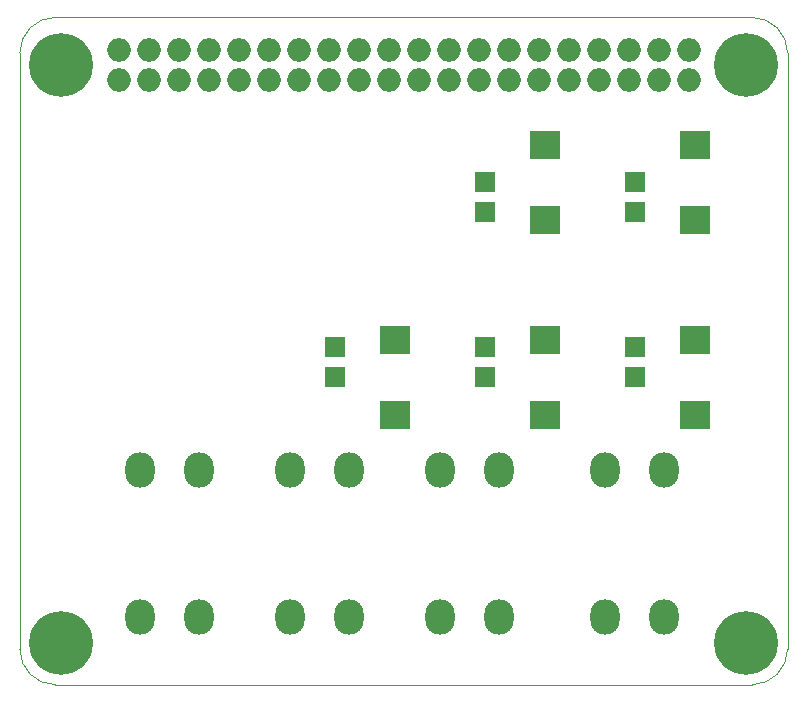
<source format=gbr>
%TF.GenerationSoftware,KiCad,Pcbnew,4.0.7*%
%TF.CreationDate,2018-01-22T14:26:12+01:00*%
%TF.ProjectId,RPi_Hat,5250695F4861742E6B696361645F7063,rev?*%
%TF.FileFunction,Soldermask,Top*%
%FSLAX46Y46*%
G04 Gerber Fmt 4.6, Leading zero omitted, Abs format (unit mm)*
G04 Created by KiCad (PCBNEW 4.0.7) date 01/22/18 14:26:12*
%MOMM*%
%LPD*%
G01*
G04 APERTURE LIST*
%ADD10C,0.050000*%
%ADD11C,0.100000*%
%ADD12C,5.400000*%
%ADD13O,2.000000X2.000000*%
%ADD14R,1.800000X1.800000*%
%ADD15R,2.500000X2.400000*%
%ADD16O,2.500000X3.000000*%
G04 APERTURE END LIST*
D10*
D11*
X55070000Y-48260000D02*
X114070000Y-48260000D01*
X117070000Y-51260000D02*
G75*
G03X114070000Y-48260000I-3000000J0D01*
G01*
X55070000Y-48260000D02*
G75*
G03X52070000Y-51260000I0J-3000000D01*
G01*
X117070000Y-51260000D02*
X117070000Y-101760000D01*
X52070000Y-93980000D02*
X52070000Y-63500000D01*
X114070000Y-104760000D02*
G75*
G03X117070000Y-101760000I0J3000000D01*
G01*
X52070000Y-101760000D02*
G75*
G03X55070000Y-104760000I3000000J0D01*
G01*
X52070000Y-86260000D02*
X52070000Y-101760000D01*
X52070000Y-51260000D02*
X52070000Y-67260000D01*
X55070000Y-104760000D02*
X114070000Y-104760000D01*
D12*
X113570000Y-52260000D03*
X113570000Y-101260000D03*
X55570000Y-101260000D03*
X55570000Y-52260000D03*
D13*
X60440000Y-53530000D03*
X60440000Y-50990000D03*
X62980000Y-53530000D03*
X62980000Y-50990000D03*
X65520000Y-53530000D03*
X65520000Y-50990000D03*
X68060000Y-53530000D03*
X68060000Y-50990000D03*
X70600000Y-53530000D03*
X70600000Y-50990000D03*
X73140000Y-53530000D03*
X73140000Y-50990000D03*
X75680000Y-53530000D03*
X75680000Y-50990000D03*
X78220000Y-53530000D03*
X78220000Y-50990000D03*
X80760000Y-53530000D03*
X80760000Y-50990000D03*
X83300000Y-53530000D03*
X83300000Y-50990000D03*
X85840000Y-53530000D03*
X85840000Y-50990000D03*
X88380000Y-53530000D03*
X88380000Y-50990000D03*
X90920000Y-53530000D03*
X90920000Y-50990000D03*
X93460000Y-53530000D03*
X93460000Y-50990000D03*
X96000000Y-53530000D03*
X96000000Y-50990000D03*
X98540000Y-53530000D03*
X98540000Y-50990000D03*
X101080000Y-53530000D03*
X101080000Y-50990000D03*
X103620000Y-53530000D03*
X103620000Y-50990000D03*
X106160000Y-53530000D03*
X106160000Y-50990000D03*
X108700000Y-53530000D03*
X108700000Y-50990000D03*
D14*
X104140000Y-64770000D03*
X104140000Y-62230000D03*
X91440000Y-64770000D03*
X91440000Y-62230000D03*
X104140000Y-78740000D03*
X104140000Y-76200000D03*
X91440000Y-78740000D03*
X91440000Y-76200000D03*
X78740000Y-78740000D03*
X78740000Y-76200000D03*
D15*
X109220000Y-59080000D03*
X109220000Y-65380000D03*
X96520000Y-59080000D03*
X96520000Y-65380000D03*
X109220000Y-81890000D03*
X109220000Y-75590000D03*
X96520000Y-81890000D03*
X96520000Y-75590000D03*
X83820000Y-81890000D03*
X83820000Y-75590000D03*
D16*
X101600000Y-86560000D03*
X106600000Y-86560000D03*
X101600000Y-99060000D03*
X106600000Y-99060000D03*
X87630000Y-86560000D03*
X92630000Y-86560000D03*
X87630000Y-99060000D03*
X92630000Y-99060000D03*
X74930000Y-86560000D03*
X79930000Y-86560000D03*
X74930000Y-99060000D03*
X79930000Y-99060000D03*
X62230000Y-86560000D03*
X67230000Y-86560000D03*
X62230000Y-99060000D03*
X67230000Y-99060000D03*
M02*

</source>
